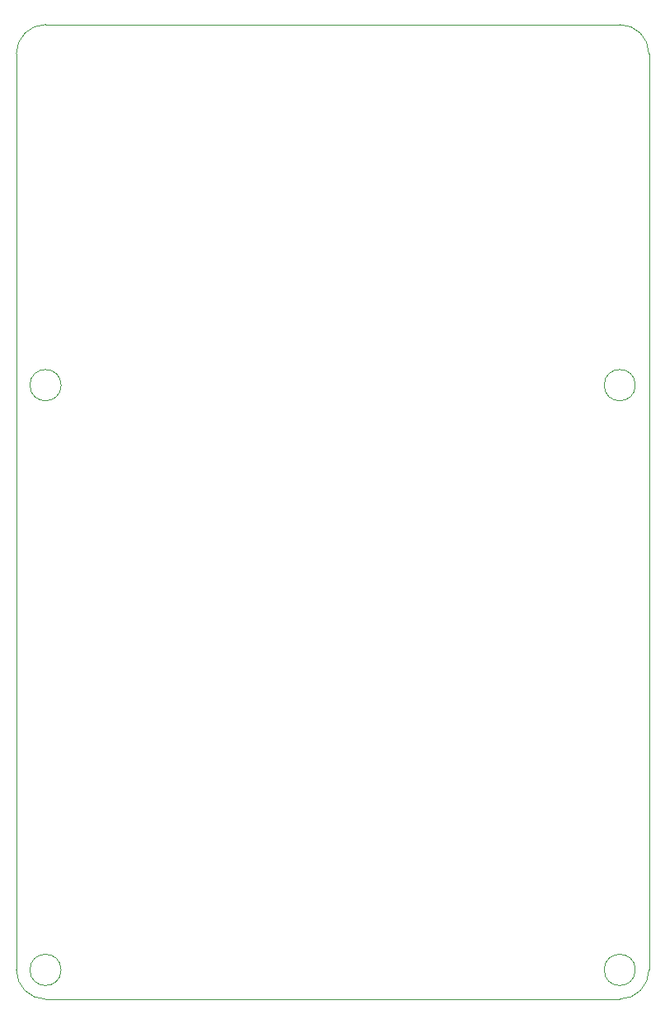
<source format=gm1>
G04 #@! TF.GenerationSoftware,KiCad,Pcbnew,8.0.3-8.0.3-0~ubuntu20.04.1*
G04 #@! TF.CreationDate,2025-01-28T05:51:01-03:00*
G04 #@! TF.ProjectId,syringe_pump,73797269-6e67-4655-9f70-756d702e6b69,rev?*
G04 #@! TF.SameCoordinates,Original*
G04 #@! TF.FileFunction,Profile,NP*
%FSLAX46Y46*%
G04 Gerber Fmt 4.6, Leading zero omitted, Abs format (unit mm)*
G04 Created by KiCad (PCBNEW 8.0.3-8.0.3-0~ubuntu20.04.1) date 2025-01-28 05:51:01*
%MOMM*%
%LPD*%
G01*
G04 APERTURE LIST*
G04 #@! TA.AperFunction,Profile*
%ADD10C,0.100000*%
G04 #@! TD*
G04 APERTURE END LIST*
D10*
X113600000Y-147000000D02*
G75*
G02*
X110400000Y-147000000I-1600000J0D01*
G01*
X110400000Y-147000000D02*
G75*
G02*
X113600000Y-147000000I1600000J0D01*
G01*
X50000000Y-147000000D02*
X50000000Y-53000000D01*
X53000000Y-50000000D02*
X112000000Y-50000000D01*
X53000000Y-150000000D02*
G75*
G02*
X50000000Y-147000000I0J3000000D01*
G01*
X112000000Y-50000000D02*
G75*
G02*
X115000000Y-53000000I0J-3000000D01*
G01*
X115000000Y-147000000D02*
G75*
G02*
X112000000Y-150000000I-3000000J0D01*
G01*
X54600000Y-87000000D02*
G75*
G02*
X51400000Y-87000000I-1600000J0D01*
G01*
X51400000Y-87000000D02*
G75*
G02*
X54600000Y-87000000I1600000J0D01*
G01*
X113600000Y-87000000D02*
G75*
G02*
X110400000Y-87000000I-1600000J0D01*
G01*
X110400000Y-87000000D02*
G75*
G02*
X113600000Y-87000000I1600000J0D01*
G01*
X115000000Y-147000000D02*
X115000000Y-53000000D01*
X54600000Y-147000000D02*
G75*
G02*
X51400000Y-147000000I-1600000J0D01*
G01*
X51400000Y-147000000D02*
G75*
G02*
X54600000Y-147000000I1600000J0D01*
G01*
X53000000Y-150000000D02*
X112000000Y-150000000D01*
X50000000Y-53000000D02*
G75*
G02*
X53000000Y-50000000I3000000J0D01*
G01*
M02*

</source>
